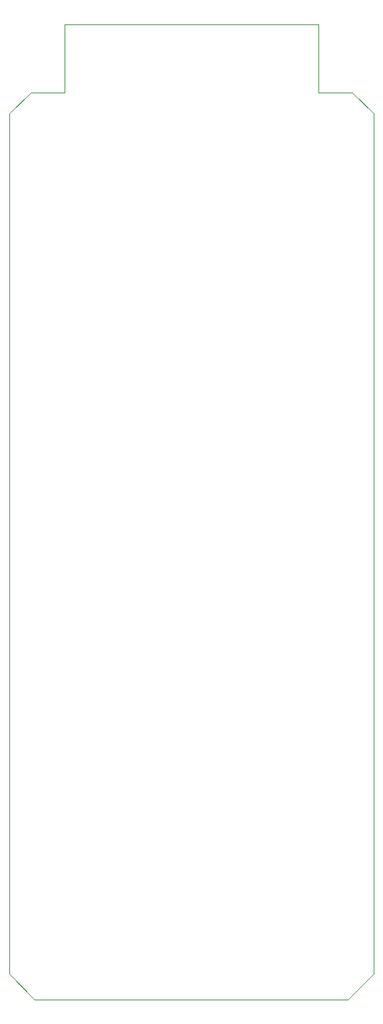
<source format=gbr>
%TF.GenerationSoftware,KiCad,Pcbnew,8.0.8-8.0.8-0~ubuntu24.04.1*%
%TF.CreationDate,2025-03-23T19:57:33+01:00*%
%TF.ProjectId,teaser,74656173-6572-42e6-9b69-6361645f7063,rev?*%
%TF.SameCoordinates,Original*%
%TF.FileFunction,Profile,NP*%
%FSLAX46Y46*%
G04 Gerber Fmt 4.6, Leading zero omitted, Abs format (unit mm)*
G04 Created by KiCad (PCBNEW 8.0.8-8.0.8-0~ubuntu24.04.1) date 2025-03-23 19:57:33*
%MOMM*%
%LPD*%
G01*
G04 APERTURE LIST*
%TA.AperFunction,Profile*%
%ADD10C,0.050000*%
%TD*%
G04 APERTURE END LIST*
D10*
X124000000Y-158500000D02*
X121000000Y-155500000D01*
X164000000Y-155500000D02*
X164000000Y-54000000D01*
X127500000Y-43500000D02*
X157500000Y-43500000D01*
X123500000Y-51500000D02*
X121000000Y-54000000D01*
X127500000Y-51500000D02*
X123500000Y-51500000D01*
X127500000Y-43500000D02*
X127500000Y-51500000D01*
X161500000Y-51500000D02*
X164000000Y-54000000D01*
X157500000Y-51500000D02*
X161500000Y-51500000D01*
X157500000Y-43500000D02*
X157500000Y-51500000D01*
X121000000Y-147500000D02*
X121000000Y-54000000D01*
X161000000Y-158500000D02*
X164000000Y-155500000D01*
X121000000Y-147500000D02*
X121000000Y-155500000D01*
X124000000Y-158500000D02*
X161000000Y-158500000D01*
M02*

</source>
